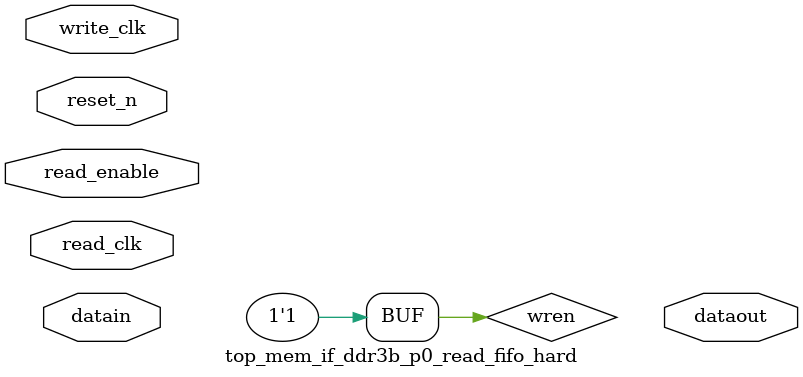
<source format=v>



`timescale 1 ps / 1 ps

module top_mem_if_ddr3b_p0_read_fifo_hard(
	write_clk,
	read_clk,
	read_enable,
	reset_n,
	datain,
	dataout
);

// ******************************************************************************************************************************** 
// BEGIN PARAMETER SECTION
// All parameters default to "" will have their values passed in from higher level wrapper with the controller and driver 

parameter DQ_GROUP_WIDTH = "";

localparam RATE_MULT = 2;


// END PARAMETER SECTION
// ******************************************************************************************************************************** 

input	write_clk;
input	read_clk;
input	read_enable;
input	reset_n;
input	[DQ_GROUP_WIDTH*2-1:0] datain;
output	[RATE_MULT*DQ_GROUP_WIDTH*2-1:0] dataout;


// ******************************************************************************************************************************** 
// Instantiate write-enable circuitry inside the DQS logic block
// ******************************************************************************************************************************** 

// The read_clk is expected to be a strobe that only toggles when there
// is valid data, so wren is tied to 1
wire wren = 1'b1;
	

// ******************************************************************************************************************************** 
// Instantiate read-enable circuitry inside the DQS logic block
// ******************************************************************************************************************************** 
wire read_enable_tmp;
wire plus2_tmp;
stratixv_read_fifo_read_enable fifo_read_enable (
	.re(read_enable),
	.rclk(),
	.plus2(1'b0), 
	.areset(),
	.reout (read_enable_tmp),
	.plus2out (plus2_tmp)
);
defparam fifo_read_enable.use_stalled_read_enable = "false";

// ******************************************************************************************************************************** 
// Instantiate hard read-fifo. 
// ******************************************************************************************************************************** 
generate
genvar dq_count;
	for (dq_count=0; dq_count<DQ_GROUP_WIDTH; dq_count=dq_count+1)
	begin:read_fifos
		// The datain bus is the read data for the current DQS group
		// coming out of the DDIO. Its width is 2x of each DQS group on the
		// memory interface. The bus is ordered by time slot:
		//
		// D0_T1, D0_T0
		//
		// The dataout bus is the read data going out of the FIFO. In FR, it has
		// the same width as datain. In HR, it 2x the datain width. The bus is
		// ordered by time slot.
		//
		// FR: D0_T1, D0_T0
		// HR: D0_T3, D0_T2, D0_T1, D0_T0
		stratixv_read_fifo fifo (
			.wclk(write_clk),
			.we(wren),
			.rclk(read_clk),
			.re(read_enable_tmp),
			.areset(~reset_n),
			.plus2(plus2_tmp),
			.datain({datain[dq_count], datain[dq_count + DQ_GROUP_WIDTH]}),
			.dataout({
					dataout[dq_count + (DQ_GROUP_WIDTH * 0)],
					dataout[dq_count + (DQ_GROUP_WIDTH * 1)],
					dataout[dq_count + (DQ_GROUP_WIDTH * 2)],
					dataout[dq_count + (DQ_GROUP_WIDTH * 3)]
								})
		);
		defparam fifo.use_half_rate_read = "true";
		defparam fifo.sim_wclk_pre_delay = 100;
	end
endgenerate

endmodule

</source>
